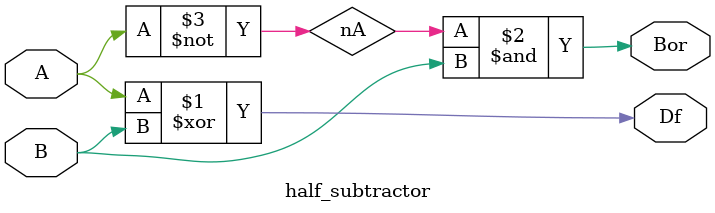
<source format=v>
module half_subtractor(A,B,Df,Bor);
input A,B;
output Df,Bor;
wire nA;
not n(nA,A);
xor x(Df,A,B);
and a(Bor,nA,B);
endmodule


</source>
